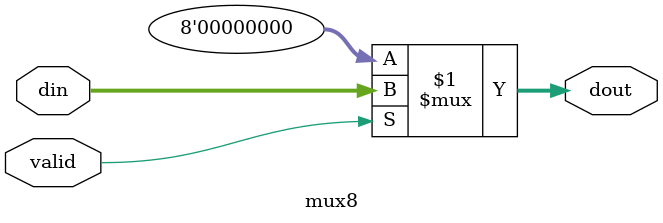
<source format=v>
module mux8(
	input	[7:0]din,
	input valid,
	output	[7:0]dout
);
 assign dout= valid?din:8'b0;
endmodule
</source>
